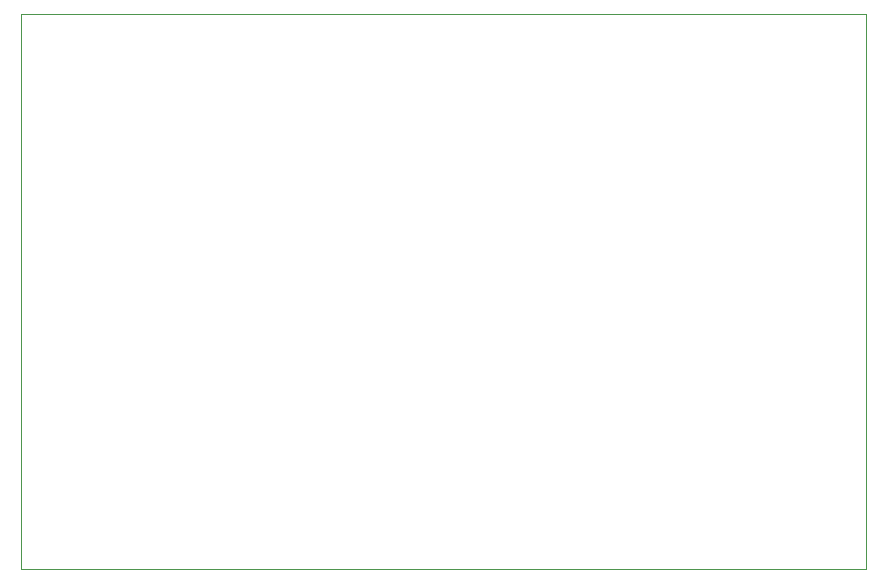
<source format=gbr>
%TF.GenerationSoftware,KiCad,Pcbnew,8.0.8*%
%TF.CreationDate,2025-02-20T20:43:13-06:00*%
%TF.ProjectId,peak-read-amp,7065616b-2d72-4656-9164-2d616d702e6b,rev?*%
%TF.SameCoordinates,Original*%
%TF.FileFunction,Profile,NP*%
%FSLAX46Y46*%
G04 Gerber Fmt 4.6, Leading zero omitted, Abs format (unit mm)*
G04 Created by KiCad (PCBNEW 8.0.8) date 2025-02-20 20:43:13*
%MOMM*%
%LPD*%
G01*
G04 APERTURE LIST*
%TA.AperFunction,Profile*%
%ADD10C,0.050000*%
%TD*%
G04 APERTURE END LIST*
D10*
X146500000Y-144000000D02*
X75000000Y-144000000D01*
X75000000Y-97000000D02*
X146500000Y-97000000D01*
X146500000Y-97000000D02*
X146500000Y-144000000D01*
X75000000Y-144000000D02*
X75000000Y-97000000D01*
M02*

</source>
